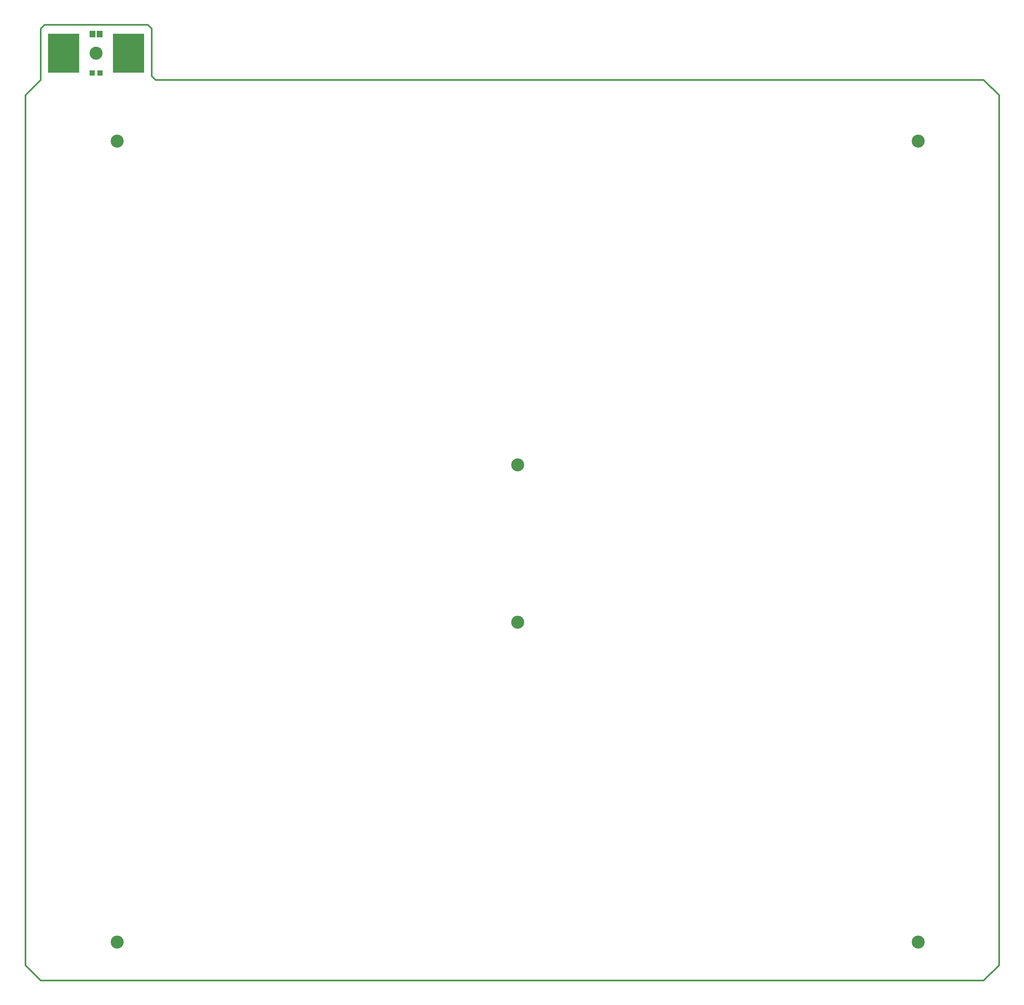
<source format=gts>
G75*
%MOIN*%
%OFA0B0*%
%FSLAX25Y25*%
%IPPOS*%
%LPD*%
%AMOC8*
5,1,8,0,0,1.08239X$1,22.5*
%
%ADD10C,0.13398*%
%ADD11C,0.01600*%
%ADD12R,0.05524X0.05524*%
%ADD13R,0.32296X0.40170*%
%ADD14R,0.05918X0.07099*%
D10*
X0137792Y0077437D03*
X0137792Y0077437D03*
X0549209Y0406177D03*
X0549209Y0567594D03*
X0137792Y0900272D03*
X0137792Y0900272D03*
X0116138Y0990823D03*
X0960627Y0900272D03*
X0960627Y0900272D03*
X0960627Y0077437D03*
X0960627Y0077437D03*
D11*
X0043304Y0053815D02*
X0043304Y0947516D01*
X0059052Y0963264D01*
X0059052Y1016020D01*
X0062989Y1019957D01*
X0169288Y1019957D01*
X0173225Y1016020D01*
X0173225Y0967201D01*
X0177162Y0963264D01*
X1027556Y0963264D01*
X1043304Y0947516D01*
X1043304Y0053815D01*
X1027556Y0038067D01*
X0059052Y0038067D01*
X0043304Y0053815D01*
D12*
X0112005Y0970429D03*
X0120272Y0970429D03*
D13*
X0149603Y0990823D03*
X0082674Y0990823D03*
D14*
X0112398Y1010508D03*
X0119879Y1010508D03*
M02*

</source>
